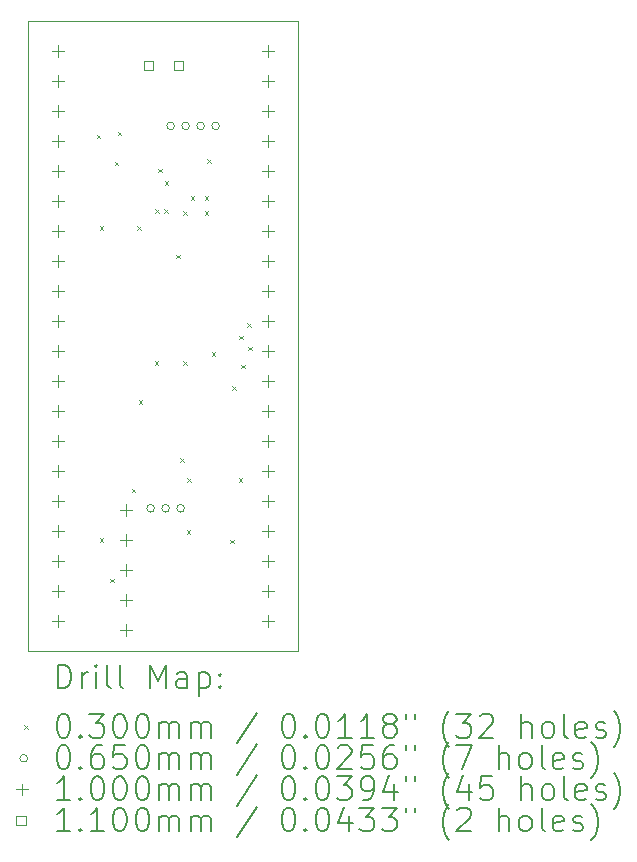
<source format=gbr>
%FSLAX45Y45*%
G04 Gerber Fmt 4.5, Leading zero omitted, Abs format (unit mm)*
G04 Created by KiCad (PCBNEW (6.0.0)) date 2023-01-28 16:32:57*
%MOMM*%
%LPD*%
G01*
G04 APERTURE LIST*
%TA.AperFunction,Profile*%
%ADD10C,0.100000*%
%TD*%
%ADD11C,0.200000*%
%ADD12C,0.030000*%
%ADD13C,0.065000*%
%ADD14C,0.100000*%
%ADD15C,0.110000*%
G04 APERTURE END LIST*
D10*
X2540Y5334000D02*
X2288540Y5334000D01*
X2288540Y5334000D02*
X2288540Y0D01*
X2288540Y0D02*
X2540Y0D01*
X2540Y0D02*
X2540Y5334000D01*
D11*
D12*
X584440Y4371100D02*
X614440Y4341100D01*
X614440Y4371100D02*
X584440Y4341100D01*
X609840Y3596400D02*
X639840Y3566400D01*
X639840Y3596400D02*
X609840Y3566400D01*
X609840Y954800D02*
X639840Y924800D01*
X639840Y954800D02*
X609840Y924800D01*
X698740Y611900D02*
X728740Y581900D01*
X728740Y611900D02*
X698740Y581900D01*
X736840Y4142500D02*
X766840Y4112500D01*
X766840Y4142500D02*
X736840Y4112500D01*
X762240Y4396500D02*
X792240Y4366500D01*
X792240Y4396500D02*
X762240Y4366500D01*
X879080Y1371360D02*
X909080Y1341360D01*
X909080Y1371360D02*
X879080Y1341360D01*
X927340Y3596400D02*
X957340Y3566400D01*
X957340Y3596400D02*
X927340Y3566400D01*
X940040Y2123200D02*
X970040Y2093200D01*
X970040Y2123200D02*
X940040Y2093200D01*
X1075789Y2454090D02*
X1105789Y2424090D01*
X1105789Y2454090D02*
X1075789Y2424090D01*
X1077200Y3738640D02*
X1107200Y3708640D01*
X1107200Y3738640D02*
X1077200Y3708640D01*
X1102600Y4084080D02*
X1132600Y4054080D01*
X1132600Y4084080D02*
X1102600Y4054080D01*
X1155940Y3738640D02*
X1185940Y3708640D01*
X1185940Y3738640D02*
X1155940Y3708640D01*
X1158480Y3977400D02*
X1188480Y3947400D01*
X1188480Y3977400D02*
X1158480Y3947400D01*
X1257540Y3355100D02*
X1287540Y3325100D01*
X1287540Y3355100D02*
X1257540Y3325100D01*
X1290560Y1632980D02*
X1320560Y1602980D01*
X1320560Y1632980D02*
X1290560Y1602980D01*
X1314042Y2453399D02*
X1344042Y2423399D01*
X1344042Y2453399D02*
X1314042Y2423399D01*
X1315960Y3723400D02*
X1345960Y3693400D01*
X1345960Y3723400D02*
X1315960Y3693400D01*
X1346440Y1020840D02*
X1376440Y990840D01*
X1376440Y1020840D02*
X1346440Y990840D01*
X1348980Y1460260D02*
X1378980Y1430260D01*
X1378980Y1460260D02*
X1348980Y1430260D01*
X1379460Y3850400D02*
X1409460Y3820400D01*
X1409460Y3850400D02*
X1379460Y3820400D01*
X1498840Y3850400D02*
X1528840Y3820400D01*
X1528840Y3850400D02*
X1498840Y3820400D01*
X1498840Y3723400D02*
X1528840Y3693400D01*
X1528840Y3723400D02*
X1498840Y3693400D01*
X1516620Y4162820D02*
X1546620Y4132820D01*
X1546620Y4162820D02*
X1516620Y4132820D01*
X1557961Y2528908D02*
X1587961Y2498908D01*
X1587961Y2528908D02*
X1557961Y2498908D01*
X1714740Y939560D02*
X1744740Y909560D01*
X1744740Y939560D02*
X1714740Y909560D01*
X1729980Y2242580D02*
X1759980Y2212580D01*
X1759980Y2242580D02*
X1729980Y2212580D01*
X1785860Y1460260D02*
X1815860Y1430260D01*
X1815860Y1460260D02*
X1785860Y1430260D01*
X1790940Y2669300D02*
X1820940Y2639300D01*
X1820940Y2669300D02*
X1790940Y2639300D01*
X1806180Y2422920D02*
X1836180Y2392920D01*
X1836180Y2422920D02*
X1806180Y2392920D01*
X1856980Y2775980D02*
X1886980Y2745980D01*
X1886980Y2775980D02*
X1856980Y2745980D01*
X1867140Y2575320D02*
X1897140Y2545320D01*
X1897140Y2575320D02*
X1867140Y2545320D01*
D13*
X1071540Y1206500D02*
G75*
G03*
X1071540Y1206500I-32500J0D01*
G01*
X1198540Y1206500D02*
G75*
G03*
X1198540Y1206500I-32500J0D01*
G01*
X1241540Y4445000D02*
G75*
G03*
X1241540Y4445000I-32500J0D01*
G01*
X1325540Y1206500D02*
G75*
G03*
X1325540Y1206500I-32500J0D01*
G01*
X1368540Y4445000D02*
G75*
G03*
X1368540Y4445000I-32500J0D01*
G01*
X1495540Y4445000D02*
G75*
G03*
X1495540Y4445000I-32500J0D01*
G01*
X1622540Y4445000D02*
G75*
G03*
X1622540Y4445000I-32500J0D01*
G01*
D14*
X256540Y5130000D02*
X256540Y5030000D01*
X206540Y5080000D02*
X306540Y5080000D01*
X256540Y4876000D02*
X256540Y4776000D01*
X206540Y4826000D02*
X306540Y4826000D01*
X256540Y4622000D02*
X256540Y4522000D01*
X206540Y4572000D02*
X306540Y4572000D01*
X256540Y4368000D02*
X256540Y4268000D01*
X206540Y4318000D02*
X306540Y4318000D01*
X256540Y4114000D02*
X256540Y4014000D01*
X206540Y4064000D02*
X306540Y4064000D01*
X256540Y3860000D02*
X256540Y3760000D01*
X206540Y3810000D02*
X306540Y3810000D01*
X256540Y3606000D02*
X256540Y3506000D01*
X206540Y3556000D02*
X306540Y3556000D01*
X256540Y3352000D02*
X256540Y3252000D01*
X206540Y3302000D02*
X306540Y3302000D01*
X256540Y3098000D02*
X256540Y2998000D01*
X206540Y3048000D02*
X306540Y3048000D01*
X256540Y2844000D02*
X256540Y2744000D01*
X206540Y2794000D02*
X306540Y2794000D01*
X256540Y2590000D02*
X256540Y2490000D01*
X206540Y2540000D02*
X306540Y2540000D01*
X256540Y2336000D02*
X256540Y2236000D01*
X206540Y2286000D02*
X306540Y2286000D01*
X256540Y2082000D02*
X256540Y1982000D01*
X206540Y2032000D02*
X306540Y2032000D01*
X256540Y1828000D02*
X256540Y1728000D01*
X206540Y1778000D02*
X306540Y1778000D01*
X256540Y1574000D02*
X256540Y1474000D01*
X206540Y1524000D02*
X306540Y1524000D01*
X256540Y1320000D02*
X256540Y1220000D01*
X206540Y1270000D02*
X306540Y1270000D01*
X256540Y1066000D02*
X256540Y966000D01*
X206540Y1016000D02*
X306540Y1016000D01*
X256540Y812000D02*
X256540Y712000D01*
X206540Y762000D02*
X306540Y762000D01*
X256540Y558000D02*
X256540Y458000D01*
X206540Y508000D02*
X306540Y508000D01*
X256540Y304000D02*
X256540Y204000D01*
X206540Y254000D02*
X306540Y254000D01*
X830580Y1241260D02*
X830580Y1141260D01*
X780580Y1191260D02*
X880580Y1191260D01*
X830580Y987260D02*
X830580Y887260D01*
X780580Y937260D02*
X880580Y937260D01*
X830580Y733260D02*
X830580Y633260D01*
X780580Y683260D02*
X880580Y683260D01*
X830580Y479260D02*
X830580Y379260D01*
X780580Y429260D02*
X880580Y429260D01*
X830580Y225260D02*
X830580Y125260D01*
X780580Y175260D02*
X880580Y175260D01*
X2034540Y5130000D02*
X2034540Y5030000D01*
X1984540Y5080000D02*
X2084540Y5080000D01*
X2034540Y4876000D02*
X2034540Y4776000D01*
X1984540Y4826000D02*
X2084540Y4826000D01*
X2034540Y4622000D02*
X2034540Y4522000D01*
X1984540Y4572000D02*
X2084540Y4572000D01*
X2034540Y4368000D02*
X2034540Y4268000D01*
X1984540Y4318000D02*
X2084540Y4318000D01*
X2034540Y4114000D02*
X2034540Y4014000D01*
X1984540Y4064000D02*
X2084540Y4064000D01*
X2034540Y3860000D02*
X2034540Y3760000D01*
X1984540Y3810000D02*
X2084540Y3810000D01*
X2034540Y3606000D02*
X2034540Y3506000D01*
X1984540Y3556000D02*
X2084540Y3556000D01*
X2034540Y3352000D02*
X2034540Y3252000D01*
X1984540Y3302000D02*
X2084540Y3302000D01*
X2034540Y3098000D02*
X2034540Y2998000D01*
X1984540Y3048000D02*
X2084540Y3048000D01*
X2034540Y2844000D02*
X2034540Y2744000D01*
X1984540Y2794000D02*
X2084540Y2794000D01*
X2034540Y2590000D02*
X2034540Y2490000D01*
X1984540Y2540000D02*
X2084540Y2540000D01*
X2034540Y2336000D02*
X2034540Y2236000D01*
X1984540Y2286000D02*
X2084540Y2286000D01*
X2034540Y2082000D02*
X2034540Y1982000D01*
X1984540Y2032000D02*
X2084540Y2032000D01*
X2034540Y1828000D02*
X2034540Y1728000D01*
X1984540Y1778000D02*
X2084540Y1778000D01*
X2034540Y1574000D02*
X2034540Y1474000D01*
X1984540Y1524000D02*
X2084540Y1524000D01*
X2034540Y1320000D02*
X2034540Y1220000D01*
X1984540Y1270000D02*
X2084540Y1270000D01*
X2034540Y1066000D02*
X2034540Y966000D01*
X1984540Y1016000D02*
X2084540Y1016000D01*
X2034540Y812000D02*
X2034540Y712000D01*
X1984540Y762000D02*
X2084540Y762000D01*
X2034540Y558000D02*
X2034540Y458000D01*
X1984540Y508000D02*
X2084540Y508000D01*
X2034540Y304000D02*
X2034540Y204000D01*
X1984540Y254000D02*
X2084540Y254000D01*
D15*
X1057431Y4914109D02*
X1057431Y4991891D01*
X979649Y4991891D01*
X979649Y4914109D01*
X1057431Y4914109D01*
X1311431Y4914109D02*
X1311431Y4991891D01*
X1233649Y4991891D01*
X1233649Y4914109D01*
X1311431Y4914109D01*
D11*
X255159Y-315476D02*
X255159Y-115476D01*
X302778Y-115476D01*
X331350Y-125000D01*
X350397Y-144048D01*
X359921Y-163095D01*
X369445Y-201190D01*
X369445Y-229762D01*
X359921Y-267857D01*
X350397Y-286905D01*
X331350Y-305952D01*
X302778Y-315476D01*
X255159Y-315476D01*
X455159Y-315476D02*
X455159Y-182143D01*
X455159Y-220238D02*
X464683Y-201190D01*
X474207Y-191667D01*
X493254Y-182143D01*
X512302Y-182143D01*
X578969Y-315476D02*
X578969Y-182143D01*
X578969Y-115476D02*
X569445Y-125000D01*
X578969Y-134524D01*
X588492Y-125000D01*
X578969Y-115476D01*
X578969Y-134524D01*
X702778Y-315476D02*
X683730Y-305952D01*
X674207Y-286905D01*
X674207Y-115476D01*
X807540Y-315476D02*
X788492Y-305952D01*
X778968Y-286905D01*
X778968Y-115476D01*
X1036111Y-315476D02*
X1036111Y-115476D01*
X1102778Y-258333D01*
X1169445Y-115476D01*
X1169445Y-315476D01*
X1350397Y-315476D02*
X1350397Y-210714D01*
X1340873Y-191667D01*
X1321826Y-182143D01*
X1283730Y-182143D01*
X1264683Y-191667D01*
X1350397Y-305952D02*
X1331350Y-315476D01*
X1283730Y-315476D01*
X1264683Y-305952D01*
X1255159Y-286905D01*
X1255159Y-267857D01*
X1264683Y-248809D01*
X1283730Y-239286D01*
X1331350Y-239286D01*
X1350397Y-229762D01*
X1445635Y-182143D02*
X1445635Y-382143D01*
X1445635Y-191667D02*
X1464683Y-182143D01*
X1502778Y-182143D01*
X1521826Y-191667D01*
X1531349Y-201190D01*
X1540873Y-220238D01*
X1540873Y-277381D01*
X1531349Y-296429D01*
X1521826Y-305952D01*
X1502778Y-315476D01*
X1464683Y-315476D01*
X1445635Y-305952D01*
X1626588Y-296429D02*
X1636111Y-305952D01*
X1626588Y-315476D01*
X1617064Y-305952D01*
X1626588Y-296429D01*
X1626588Y-315476D01*
X1626588Y-191667D02*
X1636111Y-201190D01*
X1626588Y-210714D01*
X1617064Y-201190D01*
X1626588Y-191667D01*
X1626588Y-210714D01*
D12*
X-32460Y-630000D02*
X-2460Y-660000D01*
X-2460Y-630000D02*
X-32460Y-660000D01*
D11*
X293254Y-535476D02*
X312302Y-535476D01*
X331350Y-545000D01*
X340873Y-554524D01*
X350397Y-573571D01*
X359921Y-611667D01*
X359921Y-659286D01*
X350397Y-697381D01*
X340873Y-716428D01*
X331350Y-725952D01*
X312302Y-735476D01*
X293254Y-735476D01*
X274207Y-725952D01*
X264683Y-716428D01*
X255159Y-697381D01*
X245635Y-659286D01*
X245635Y-611667D01*
X255159Y-573571D01*
X264683Y-554524D01*
X274207Y-545000D01*
X293254Y-535476D01*
X445635Y-716428D02*
X455159Y-725952D01*
X445635Y-735476D01*
X436111Y-725952D01*
X445635Y-716428D01*
X445635Y-735476D01*
X521826Y-535476D02*
X645635Y-535476D01*
X578969Y-611667D01*
X607540Y-611667D01*
X626588Y-621190D01*
X636111Y-630714D01*
X645635Y-649762D01*
X645635Y-697381D01*
X636111Y-716428D01*
X626588Y-725952D01*
X607540Y-735476D01*
X550397Y-735476D01*
X531350Y-725952D01*
X521826Y-716428D01*
X769445Y-535476D02*
X788492Y-535476D01*
X807540Y-545000D01*
X817064Y-554524D01*
X826588Y-573571D01*
X836111Y-611667D01*
X836111Y-659286D01*
X826588Y-697381D01*
X817064Y-716428D01*
X807540Y-725952D01*
X788492Y-735476D01*
X769445Y-735476D01*
X750397Y-725952D01*
X740873Y-716428D01*
X731349Y-697381D01*
X721826Y-659286D01*
X721826Y-611667D01*
X731349Y-573571D01*
X740873Y-554524D01*
X750397Y-545000D01*
X769445Y-535476D01*
X959921Y-535476D02*
X978968Y-535476D01*
X998016Y-545000D01*
X1007540Y-554524D01*
X1017064Y-573571D01*
X1026588Y-611667D01*
X1026588Y-659286D01*
X1017064Y-697381D01*
X1007540Y-716428D01*
X998016Y-725952D01*
X978968Y-735476D01*
X959921Y-735476D01*
X940873Y-725952D01*
X931349Y-716428D01*
X921826Y-697381D01*
X912302Y-659286D01*
X912302Y-611667D01*
X921826Y-573571D01*
X931349Y-554524D01*
X940873Y-545000D01*
X959921Y-535476D01*
X1112302Y-735476D02*
X1112302Y-602143D01*
X1112302Y-621190D02*
X1121826Y-611667D01*
X1140873Y-602143D01*
X1169445Y-602143D01*
X1188492Y-611667D01*
X1198016Y-630714D01*
X1198016Y-735476D01*
X1198016Y-630714D02*
X1207540Y-611667D01*
X1226588Y-602143D01*
X1255159Y-602143D01*
X1274207Y-611667D01*
X1283730Y-630714D01*
X1283730Y-735476D01*
X1378969Y-735476D02*
X1378969Y-602143D01*
X1378969Y-621190D02*
X1388492Y-611667D01*
X1407540Y-602143D01*
X1436111Y-602143D01*
X1455159Y-611667D01*
X1464683Y-630714D01*
X1464683Y-735476D01*
X1464683Y-630714D02*
X1474207Y-611667D01*
X1493254Y-602143D01*
X1521826Y-602143D01*
X1540873Y-611667D01*
X1550397Y-630714D01*
X1550397Y-735476D01*
X1940873Y-525952D02*
X1769445Y-783095D01*
X2198016Y-535476D02*
X2217064Y-535476D01*
X2236111Y-545000D01*
X2245635Y-554524D01*
X2255159Y-573571D01*
X2264683Y-611667D01*
X2264683Y-659286D01*
X2255159Y-697381D01*
X2245635Y-716428D01*
X2236111Y-725952D01*
X2217064Y-735476D01*
X2198016Y-735476D01*
X2178969Y-725952D01*
X2169445Y-716428D01*
X2159921Y-697381D01*
X2150397Y-659286D01*
X2150397Y-611667D01*
X2159921Y-573571D01*
X2169445Y-554524D01*
X2178969Y-545000D01*
X2198016Y-535476D01*
X2350397Y-716428D02*
X2359921Y-725952D01*
X2350397Y-735476D01*
X2340873Y-725952D01*
X2350397Y-716428D01*
X2350397Y-735476D01*
X2483730Y-535476D02*
X2502778Y-535476D01*
X2521826Y-545000D01*
X2531350Y-554524D01*
X2540873Y-573571D01*
X2550397Y-611667D01*
X2550397Y-659286D01*
X2540873Y-697381D01*
X2531350Y-716428D01*
X2521826Y-725952D01*
X2502778Y-735476D01*
X2483730Y-735476D01*
X2464683Y-725952D01*
X2455159Y-716428D01*
X2445635Y-697381D01*
X2436111Y-659286D01*
X2436111Y-611667D01*
X2445635Y-573571D01*
X2455159Y-554524D01*
X2464683Y-545000D01*
X2483730Y-535476D01*
X2740873Y-735476D02*
X2626588Y-735476D01*
X2683730Y-735476D02*
X2683730Y-535476D01*
X2664683Y-564048D01*
X2645635Y-583095D01*
X2626588Y-592619D01*
X2931349Y-735476D02*
X2817064Y-735476D01*
X2874207Y-735476D02*
X2874207Y-535476D01*
X2855159Y-564048D01*
X2836111Y-583095D01*
X2817064Y-592619D01*
X3045635Y-621190D02*
X3026588Y-611667D01*
X3017064Y-602143D01*
X3007540Y-583095D01*
X3007540Y-573571D01*
X3017064Y-554524D01*
X3026588Y-545000D01*
X3045635Y-535476D01*
X3083730Y-535476D01*
X3102778Y-545000D01*
X3112302Y-554524D01*
X3121826Y-573571D01*
X3121826Y-583095D01*
X3112302Y-602143D01*
X3102778Y-611667D01*
X3083730Y-621190D01*
X3045635Y-621190D01*
X3026588Y-630714D01*
X3017064Y-640238D01*
X3007540Y-659286D01*
X3007540Y-697381D01*
X3017064Y-716428D01*
X3026588Y-725952D01*
X3045635Y-735476D01*
X3083730Y-735476D01*
X3102778Y-725952D01*
X3112302Y-716428D01*
X3121826Y-697381D01*
X3121826Y-659286D01*
X3112302Y-640238D01*
X3102778Y-630714D01*
X3083730Y-621190D01*
X3198016Y-535476D02*
X3198016Y-573571D01*
X3274207Y-535476D02*
X3274207Y-573571D01*
X3569445Y-811667D02*
X3559921Y-802143D01*
X3540873Y-773571D01*
X3531349Y-754524D01*
X3521826Y-725952D01*
X3512302Y-678333D01*
X3512302Y-640238D01*
X3521826Y-592619D01*
X3531349Y-564048D01*
X3540873Y-545000D01*
X3559921Y-516428D01*
X3569445Y-506905D01*
X3626588Y-535476D02*
X3750397Y-535476D01*
X3683730Y-611667D01*
X3712302Y-611667D01*
X3731349Y-621190D01*
X3740873Y-630714D01*
X3750397Y-649762D01*
X3750397Y-697381D01*
X3740873Y-716428D01*
X3731349Y-725952D01*
X3712302Y-735476D01*
X3655159Y-735476D01*
X3636111Y-725952D01*
X3626588Y-716428D01*
X3826588Y-554524D02*
X3836111Y-545000D01*
X3855159Y-535476D01*
X3902778Y-535476D01*
X3921826Y-545000D01*
X3931349Y-554524D01*
X3940873Y-573571D01*
X3940873Y-592619D01*
X3931349Y-621190D01*
X3817064Y-735476D01*
X3940873Y-735476D01*
X4178968Y-735476D02*
X4178968Y-535476D01*
X4264683Y-735476D02*
X4264683Y-630714D01*
X4255159Y-611667D01*
X4236111Y-602143D01*
X4207540Y-602143D01*
X4188492Y-611667D01*
X4178968Y-621190D01*
X4388492Y-735476D02*
X4369445Y-725952D01*
X4359921Y-716428D01*
X4350397Y-697381D01*
X4350397Y-640238D01*
X4359921Y-621190D01*
X4369445Y-611667D01*
X4388492Y-602143D01*
X4417064Y-602143D01*
X4436111Y-611667D01*
X4445635Y-621190D01*
X4455159Y-640238D01*
X4455159Y-697381D01*
X4445635Y-716428D01*
X4436111Y-725952D01*
X4417064Y-735476D01*
X4388492Y-735476D01*
X4569445Y-735476D02*
X4550397Y-725952D01*
X4540873Y-706905D01*
X4540873Y-535476D01*
X4721826Y-725952D02*
X4702778Y-735476D01*
X4664683Y-735476D01*
X4645635Y-725952D01*
X4636111Y-706905D01*
X4636111Y-630714D01*
X4645635Y-611667D01*
X4664683Y-602143D01*
X4702778Y-602143D01*
X4721826Y-611667D01*
X4731350Y-630714D01*
X4731350Y-649762D01*
X4636111Y-668810D01*
X4807540Y-725952D02*
X4826588Y-735476D01*
X4864683Y-735476D01*
X4883730Y-725952D01*
X4893254Y-706905D01*
X4893254Y-697381D01*
X4883730Y-678333D01*
X4864683Y-668810D01*
X4836111Y-668810D01*
X4817064Y-659286D01*
X4807540Y-640238D01*
X4807540Y-630714D01*
X4817064Y-611667D01*
X4836111Y-602143D01*
X4864683Y-602143D01*
X4883730Y-611667D01*
X4959921Y-811667D02*
X4969445Y-802143D01*
X4988492Y-773571D01*
X4998016Y-754524D01*
X5007540Y-725952D01*
X5017064Y-678333D01*
X5017064Y-640238D01*
X5007540Y-592619D01*
X4998016Y-564048D01*
X4988492Y-545000D01*
X4969445Y-516428D01*
X4959921Y-506905D01*
D13*
X-2460Y-909000D02*
G75*
G03*
X-2460Y-909000I-32500J0D01*
G01*
D11*
X293254Y-799476D02*
X312302Y-799476D01*
X331350Y-809000D01*
X340873Y-818524D01*
X350397Y-837571D01*
X359921Y-875667D01*
X359921Y-923286D01*
X350397Y-961381D01*
X340873Y-980428D01*
X331350Y-989952D01*
X312302Y-999476D01*
X293254Y-999476D01*
X274207Y-989952D01*
X264683Y-980428D01*
X255159Y-961381D01*
X245635Y-923286D01*
X245635Y-875667D01*
X255159Y-837571D01*
X264683Y-818524D01*
X274207Y-809000D01*
X293254Y-799476D01*
X445635Y-980428D02*
X455159Y-989952D01*
X445635Y-999476D01*
X436111Y-989952D01*
X445635Y-980428D01*
X445635Y-999476D01*
X626588Y-799476D02*
X588492Y-799476D01*
X569445Y-809000D01*
X559921Y-818524D01*
X540873Y-847095D01*
X531350Y-885190D01*
X531350Y-961381D01*
X540873Y-980428D01*
X550397Y-989952D01*
X569445Y-999476D01*
X607540Y-999476D01*
X626588Y-989952D01*
X636111Y-980428D01*
X645635Y-961381D01*
X645635Y-913762D01*
X636111Y-894714D01*
X626588Y-885190D01*
X607540Y-875667D01*
X569445Y-875667D01*
X550397Y-885190D01*
X540873Y-894714D01*
X531350Y-913762D01*
X826588Y-799476D02*
X731349Y-799476D01*
X721826Y-894714D01*
X731349Y-885190D01*
X750397Y-875667D01*
X798016Y-875667D01*
X817064Y-885190D01*
X826588Y-894714D01*
X836111Y-913762D01*
X836111Y-961381D01*
X826588Y-980428D01*
X817064Y-989952D01*
X798016Y-999476D01*
X750397Y-999476D01*
X731349Y-989952D01*
X721826Y-980428D01*
X959921Y-799476D02*
X978968Y-799476D01*
X998016Y-809000D01*
X1007540Y-818524D01*
X1017064Y-837571D01*
X1026588Y-875667D01*
X1026588Y-923286D01*
X1017064Y-961381D01*
X1007540Y-980428D01*
X998016Y-989952D01*
X978968Y-999476D01*
X959921Y-999476D01*
X940873Y-989952D01*
X931349Y-980428D01*
X921826Y-961381D01*
X912302Y-923286D01*
X912302Y-875667D01*
X921826Y-837571D01*
X931349Y-818524D01*
X940873Y-809000D01*
X959921Y-799476D01*
X1112302Y-999476D02*
X1112302Y-866143D01*
X1112302Y-885190D02*
X1121826Y-875667D01*
X1140873Y-866143D01*
X1169445Y-866143D01*
X1188492Y-875667D01*
X1198016Y-894714D01*
X1198016Y-999476D01*
X1198016Y-894714D02*
X1207540Y-875667D01*
X1226588Y-866143D01*
X1255159Y-866143D01*
X1274207Y-875667D01*
X1283730Y-894714D01*
X1283730Y-999476D01*
X1378969Y-999476D02*
X1378969Y-866143D01*
X1378969Y-885190D02*
X1388492Y-875667D01*
X1407540Y-866143D01*
X1436111Y-866143D01*
X1455159Y-875667D01*
X1464683Y-894714D01*
X1464683Y-999476D01*
X1464683Y-894714D02*
X1474207Y-875667D01*
X1493254Y-866143D01*
X1521826Y-866143D01*
X1540873Y-875667D01*
X1550397Y-894714D01*
X1550397Y-999476D01*
X1940873Y-789952D02*
X1769445Y-1047095D01*
X2198016Y-799476D02*
X2217064Y-799476D01*
X2236111Y-809000D01*
X2245635Y-818524D01*
X2255159Y-837571D01*
X2264683Y-875667D01*
X2264683Y-923286D01*
X2255159Y-961381D01*
X2245635Y-980428D01*
X2236111Y-989952D01*
X2217064Y-999476D01*
X2198016Y-999476D01*
X2178969Y-989952D01*
X2169445Y-980428D01*
X2159921Y-961381D01*
X2150397Y-923286D01*
X2150397Y-875667D01*
X2159921Y-837571D01*
X2169445Y-818524D01*
X2178969Y-809000D01*
X2198016Y-799476D01*
X2350397Y-980428D02*
X2359921Y-989952D01*
X2350397Y-999476D01*
X2340873Y-989952D01*
X2350397Y-980428D01*
X2350397Y-999476D01*
X2483730Y-799476D02*
X2502778Y-799476D01*
X2521826Y-809000D01*
X2531350Y-818524D01*
X2540873Y-837571D01*
X2550397Y-875667D01*
X2550397Y-923286D01*
X2540873Y-961381D01*
X2531350Y-980428D01*
X2521826Y-989952D01*
X2502778Y-999476D01*
X2483730Y-999476D01*
X2464683Y-989952D01*
X2455159Y-980428D01*
X2445635Y-961381D01*
X2436111Y-923286D01*
X2436111Y-875667D01*
X2445635Y-837571D01*
X2455159Y-818524D01*
X2464683Y-809000D01*
X2483730Y-799476D01*
X2626588Y-818524D02*
X2636111Y-809000D01*
X2655159Y-799476D01*
X2702778Y-799476D01*
X2721826Y-809000D01*
X2731350Y-818524D01*
X2740873Y-837571D01*
X2740873Y-856619D01*
X2731350Y-885190D01*
X2617064Y-999476D01*
X2740873Y-999476D01*
X2921826Y-799476D02*
X2826588Y-799476D01*
X2817064Y-894714D01*
X2826588Y-885190D01*
X2845635Y-875667D01*
X2893254Y-875667D01*
X2912302Y-885190D01*
X2921826Y-894714D01*
X2931349Y-913762D01*
X2931349Y-961381D01*
X2921826Y-980428D01*
X2912302Y-989952D01*
X2893254Y-999476D01*
X2845635Y-999476D01*
X2826588Y-989952D01*
X2817064Y-980428D01*
X3102778Y-799476D02*
X3064683Y-799476D01*
X3045635Y-809000D01*
X3036111Y-818524D01*
X3017064Y-847095D01*
X3007540Y-885190D01*
X3007540Y-961381D01*
X3017064Y-980428D01*
X3026588Y-989952D01*
X3045635Y-999476D01*
X3083730Y-999476D01*
X3102778Y-989952D01*
X3112302Y-980428D01*
X3121826Y-961381D01*
X3121826Y-913762D01*
X3112302Y-894714D01*
X3102778Y-885190D01*
X3083730Y-875667D01*
X3045635Y-875667D01*
X3026588Y-885190D01*
X3017064Y-894714D01*
X3007540Y-913762D01*
X3198016Y-799476D02*
X3198016Y-837571D01*
X3274207Y-799476D02*
X3274207Y-837571D01*
X3569445Y-1075667D02*
X3559921Y-1066143D01*
X3540873Y-1037571D01*
X3531349Y-1018524D01*
X3521826Y-989952D01*
X3512302Y-942333D01*
X3512302Y-904238D01*
X3521826Y-856619D01*
X3531349Y-828048D01*
X3540873Y-809000D01*
X3559921Y-780428D01*
X3569445Y-770905D01*
X3626588Y-799476D02*
X3759921Y-799476D01*
X3674207Y-999476D01*
X3988492Y-999476D02*
X3988492Y-799476D01*
X4074207Y-999476D02*
X4074207Y-894714D01*
X4064683Y-875667D01*
X4045635Y-866143D01*
X4017064Y-866143D01*
X3998016Y-875667D01*
X3988492Y-885190D01*
X4198016Y-999476D02*
X4178968Y-989952D01*
X4169445Y-980428D01*
X4159921Y-961381D01*
X4159921Y-904238D01*
X4169445Y-885190D01*
X4178968Y-875667D01*
X4198016Y-866143D01*
X4226588Y-866143D01*
X4245635Y-875667D01*
X4255159Y-885190D01*
X4264683Y-904238D01*
X4264683Y-961381D01*
X4255159Y-980428D01*
X4245635Y-989952D01*
X4226588Y-999476D01*
X4198016Y-999476D01*
X4378969Y-999476D02*
X4359921Y-989952D01*
X4350397Y-970905D01*
X4350397Y-799476D01*
X4531350Y-989952D02*
X4512302Y-999476D01*
X4474207Y-999476D01*
X4455159Y-989952D01*
X4445635Y-970905D01*
X4445635Y-894714D01*
X4455159Y-875667D01*
X4474207Y-866143D01*
X4512302Y-866143D01*
X4531350Y-875667D01*
X4540873Y-894714D01*
X4540873Y-913762D01*
X4445635Y-932809D01*
X4617064Y-989952D02*
X4636111Y-999476D01*
X4674207Y-999476D01*
X4693254Y-989952D01*
X4702778Y-970905D01*
X4702778Y-961381D01*
X4693254Y-942333D01*
X4674207Y-932809D01*
X4645635Y-932809D01*
X4626588Y-923286D01*
X4617064Y-904238D01*
X4617064Y-894714D01*
X4626588Y-875667D01*
X4645635Y-866143D01*
X4674207Y-866143D01*
X4693254Y-875667D01*
X4769445Y-1075667D02*
X4778969Y-1066143D01*
X4798016Y-1037571D01*
X4807540Y-1018524D01*
X4817064Y-989952D01*
X4826588Y-942333D01*
X4826588Y-904238D01*
X4817064Y-856619D01*
X4807540Y-828048D01*
X4798016Y-809000D01*
X4778969Y-780428D01*
X4769445Y-770905D01*
D14*
X-52460Y-1123000D02*
X-52460Y-1223000D01*
X-102460Y-1173000D02*
X-2460Y-1173000D01*
D11*
X359921Y-1263476D02*
X245635Y-1263476D01*
X302778Y-1263476D02*
X302778Y-1063476D01*
X283730Y-1092048D01*
X264683Y-1111095D01*
X245635Y-1120619D01*
X445635Y-1244429D02*
X455159Y-1253952D01*
X445635Y-1263476D01*
X436111Y-1253952D01*
X445635Y-1244429D01*
X445635Y-1263476D01*
X578969Y-1063476D02*
X598016Y-1063476D01*
X617064Y-1073000D01*
X626588Y-1082524D01*
X636111Y-1101571D01*
X645635Y-1139667D01*
X645635Y-1187286D01*
X636111Y-1225381D01*
X626588Y-1244429D01*
X617064Y-1253952D01*
X598016Y-1263476D01*
X578969Y-1263476D01*
X559921Y-1253952D01*
X550397Y-1244429D01*
X540873Y-1225381D01*
X531350Y-1187286D01*
X531350Y-1139667D01*
X540873Y-1101571D01*
X550397Y-1082524D01*
X559921Y-1073000D01*
X578969Y-1063476D01*
X769445Y-1063476D02*
X788492Y-1063476D01*
X807540Y-1073000D01*
X817064Y-1082524D01*
X826588Y-1101571D01*
X836111Y-1139667D01*
X836111Y-1187286D01*
X826588Y-1225381D01*
X817064Y-1244429D01*
X807540Y-1253952D01*
X788492Y-1263476D01*
X769445Y-1263476D01*
X750397Y-1253952D01*
X740873Y-1244429D01*
X731349Y-1225381D01*
X721826Y-1187286D01*
X721826Y-1139667D01*
X731349Y-1101571D01*
X740873Y-1082524D01*
X750397Y-1073000D01*
X769445Y-1063476D01*
X959921Y-1063476D02*
X978968Y-1063476D01*
X998016Y-1073000D01*
X1007540Y-1082524D01*
X1017064Y-1101571D01*
X1026588Y-1139667D01*
X1026588Y-1187286D01*
X1017064Y-1225381D01*
X1007540Y-1244429D01*
X998016Y-1253952D01*
X978968Y-1263476D01*
X959921Y-1263476D01*
X940873Y-1253952D01*
X931349Y-1244429D01*
X921826Y-1225381D01*
X912302Y-1187286D01*
X912302Y-1139667D01*
X921826Y-1101571D01*
X931349Y-1082524D01*
X940873Y-1073000D01*
X959921Y-1063476D01*
X1112302Y-1263476D02*
X1112302Y-1130143D01*
X1112302Y-1149190D02*
X1121826Y-1139667D01*
X1140873Y-1130143D01*
X1169445Y-1130143D01*
X1188492Y-1139667D01*
X1198016Y-1158714D01*
X1198016Y-1263476D01*
X1198016Y-1158714D02*
X1207540Y-1139667D01*
X1226588Y-1130143D01*
X1255159Y-1130143D01*
X1274207Y-1139667D01*
X1283730Y-1158714D01*
X1283730Y-1263476D01*
X1378969Y-1263476D02*
X1378969Y-1130143D01*
X1378969Y-1149190D02*
X1388492Y-1139667D01*
X1407540Y-1130143D01*
X1436111Y-1130143D01*
X1455159Y-1139667D01*
X1464683Y-1158714D01*
X1464683Y-1263476D01*
X1464683Y-1158714D02*
X1474207Y-1139667D01*
X1493254Y-1130143D01*
X1521826Y-1130143D01*
X1540873Y-1139667D01*
X1550397Y-1158714D01*
X1550397Y-1263476D01*
X1940873Y-1053952D02*
X1769445Y-1311095D01*
X2198016Y-1063476D02*
X2217064Y-1063476D01*
X2236111Y-1073000D01*
X2245635Y-1082524D01*
X2255159Y-1101571D01*
X2264683Y-1139667D01*
X2264683Y-1187286D01*
X2255159Y-1225381D01*
X2245635Y-1244429D01*
X2236111Y-1253952D01*
X2217064Y-1263476D01*
X2198016Y-1263476D01*
X2178969Y-1253952D01*
X2169445Y-1244429D01*
X2159921Y-1225381D01*
X2150397Y-1187286D01*
X2150397Y-1139667D01*
X2159921Y-1101571D01*
X2169445Y-1082524D01*
X2178969Y-1073000D01*
X2198016Y-1063476D01*
X2350397Y-1244429D02*
X2359921Y-1253952D01*
X2350397Y-1263476D01*
X2340873Y-1253952D01*
X2350397Y-1244429D01*
X2350397Y-1263476D01*
X2483730Y-1063476D02*
X2502778Y-1063476D01*
X2521826Y-1073000D01*
X2531350Y-1082524D01*
X2540873Y-1101571D01*
X2550397Y-1139667D01*
X2550397Y-1187286D01*
X2540873Y-1225381D01*
X2531350Y-1244429D01*
X2521826Y-1253952D01*
X2502778Y-1263476D01*
X2483730Y-1263476D01*
X2464683Y-1253952D01*
X2455159Y-1244429D01*
X2445635Y-1225381D01*
X2436111Y-1187286D01*
X2436111Y-1139667D01*
X2445635Y-1101571D01*
X2455159Y-1082524D01*
X2464683Y-1073000D01*
X2483730Y-1063476D01*
X2617064Y-1063476D02*
X2740873Y-1063476D01*
X2674207Y-1139667D01*
X2702778Y-1139667D01*
X2721826Y-1149190D01*
X2731350Y-1158714D01*
X2740873Y-1177762D01*
X2740873Y-1225381D01*
X2731350Y-1244429D01*
X2721826Y-1253952D01*
X2702778Y-1263476D01*
X2645635Y-1263476D01*
X2626588Y-1253952D01*
X2617064Y-1244429D01*
X2836111Y-1263476D02*
X2874207Y-1263476D01*
X2893254Y-1253952D01*
X2902778Y-1244429D01*
X2921826Y-1215857D01*
X2931349Y-1177762D01*
X2931349Y-1101571D01*
X2921826Y-1082524D01*
X2912302Y-1073000D01*
X2893254Y-1063476D01*
X2855159Y-1063476D01*
X2836111Y-1073000D01*
X2826588Y-1082524D01*
X2817064Y-1101571D01*
X2817064Y-1149190D01*
X2826588Y-1168238D01*
X2836111Y-1177762D01*
X2855159Y-1187286D01*
X2893254Y-1187286D01*
X2912302Y-1177762D01*
X2921826Y-1168238D01*
X2931349Y-1149190D01*
X3102778Y-1130143D02*
X3102778Y-1263476D01*
X3055159Y-1053952D02*
X3007540Y-1196810D01*
X3131349Y-1196810D01*
X3198016Y-1063476D02*
X3198016Y-1101571D01*
X3274207Y-1063476D02*
X3274207Y-1101571D01*
X3569445Y-1339667D02*
X3559921Y-1330143D01*
X3540873Y-1301571D01*
X3531349Y-1282524D01*
X3521826Y-1253952D01*
X3512302Y-1206333D01*
X3512302Y-1168238D01*
X3521826Y-1120619D01*
X3531349Y-1092048D01*
X3540873Y-1073000D01*
X3559921Y-1044428D01*
X3569445Y-1034905D01*
X3731349Y-1130143D02*
X3731349Y-1263476D01*
X3683730Y-1053952D02*
X3636111Y-1196810D01*
X3759921Y-1196810D01*
X3931349Y-1063476D02*
X3836111Y-1063476D01*
X3826588Y-1158714D01*
X3836111Y-1149190D01*
X3855159Y-1139667D01*
X3902778Y-1139667D01*
X3921826Y-1149190D01*
X3931349Y-1158714D01*
X3940873Y-1177762D01*
X3940873Y-1225381D01*
X3931349Y-1244429D01*
X3921826Y-1253952D01*
X3902778Y-1263476D01*
X3855159Y-1263476D01*
X3836111Y-1253952D01*
X3826588Y-1244429D01*
X4178968Y-1263476D02*
X4178968Y-1063476D01*
X4264683Y-1263476D02*
X4264683Y-1158714D01*
X4255159Y-1139667D01*
X4236111Y-1130143D01*
X4207540Y-1130143D01*
X4188492Y-1139667D01*
X4178968Y-1149190D01*
X4388492Y-1263476D02*
X4369445Y-1253952D01*
X4359921Y-1244429D01*
X4350397Y-1225381D01*
X4350397Y-1168238D01*
X4359921Y-1149190D01*
X4369445Y-1139667D01*
X4388492Y-1130143D01*
X4417064Y-1130143D01*
X4436111Y-1139667D01*
X4445635Y-1149190D01*
X4455159Y-1168238D01*
X4455159Y-1225381D01*
X4445635Y-1244429D01*
X4436111Y-1253952D01*
X4417064Y-1263476D01*
X4388492Y-1263476D01*
X4569445Y-1263476D02*
X4550397Y-1253952D01*
X4540873Y-1234905D01*
X4540873Y-1063476D01*
X4721826Y-1253952D02*
X4702778Y-1263476D01*
X4664683Y-1263476D01*
X4645635Y-1253952D01*
X4636111Y-1234905D01*
X4636111Y-1158714D01*
X4645635Y-1139667D01*
X4664683Y-1130143D01*
X4702778Y-1130143D01*
X4721826Y-1139667D01*
X4731350Y-1158714D01*
X4731350Y-1177762D01*
X4636111Y-1196810D01*
X4807540Y-1253952D02*
X4826588Y-1263476D01*
X4864683Y-1263476D01*
X4883730Y-1253952D01*
X4893254Y-1234905D01*
X4893254Y-1225381D01*
X4883730Y-1206333D01*
X4864683Y-1196810D01*
X4836111Y-1196810D01*
X4817064Y-1187286D01*
X4807540Y-1168238D01*
X4807540Y-1158714D01*
X4817064Y-1139667D01*
X4836111Y-1130143D01*
X4864683Y-1130143D01*
X4883730Y-1139667D01*
X4959921Y-1339667D02*
X4969445Y-1330143D01*
X4988492Y-1301571D01*
X4998016Y-1282524D01*
X5007540Y-1253952D01*
X5017064Y-1206333D01*
X5017064Y-1168238D01*
X5007540Y-1120619D01*
X4998016Y-1092048D01*
X4988492Y-1073000D01*
X4969445Y-1044428D01*
X4959921Y-1034905D01*
D15*
X-18569Y-1475891D02*
X-18569Y-1398109D01*
X-96351Y-1398109D01*
X-96351Y-1475891D01*
X-18569Y-1475891D01*
D11*
X359921Y-1527476D02*
X245635Y-1527476D01*
X302778Y-1527476D02*
X302778Y-1327476D01*
X283730Y-1356048D01*
X264683Y-1375095D01*
X245635Y-1384619D01*
X445635Y-1508428D02*
X455159Y-1517952D01*
X445635Y-1527476D01*
X436111Y-1517952D01*
X445635Y-1508428D01*
X445635Y-1527476D01*
X645635Y-1527476D02*
X531350Y-1527476D01*
X588492Y-1527476D02*
X588492Y-1327476D01*
X569445Y-1356048D01*
X550397Y-1375095D01*
X531350Y-1384619D01*
X769445Y-1327476D02*
X788492Y-1327476D01*
X807540Y-1337000D01*
X817064Y-1346524D01*
X826588Y-1365571D01*
X836111Y-1403667D01*
X836111Y-1451286D01*
X826588Y-1489381D01*
X817064Y-1508428D01*
X807540Y-1517952D01*
X788492Y-1527476D01*
X769445Y-1527476D01*
X750397Y-1517952D01*
X740873Y-1508428D01*
X731349Y-1489381D01*
X721826Y-1451286D01*
X721826Y-1403667D01*
X731349Y-1365571D01*
X740873Y-1346524D01*
X750397Y-1337000D01*
X769445Y-1327476D01*
X959921Y-1327476D02*
X978968Y-1327476D01*
X998016Y-1337000D01*
X1007540Y-1346524D01*
X1017064Y-1365571D01*
X1026588Y-1403667D01*
X1026588Y-1451286D01*
X1017064Y-1489381D01*
X1007540Y-1508428D01*
X998016Y-1517952D01*
X978968Y-1527476D01*
X959921Y-1527476D01*
X940873Y-1517952D01*
X931349Y-1508428D01*
X921826Y-1489381D01*
X912302Y-1451286D01*
X912302Y-1403667D01*
X921826Y-1365571D01*
X931349Y-1346524D01*
X940873Y-1337000D01*
X959921Y-1327476D01*
X1112302Y-1527476D02*
X1112302Y-1394143D01*
X1112302Y-1413190D02*
X1121826Y-1403667D01*
X1140873Y-1394143D01*
X1169445Y-1394143D01*
X1188492Y-1403667D01*
X1198016Y-1422714D01*
X1198016Y-1527476D01*
X1198016Y-1422714D02*
X1207540Y-1403667D01*
X1226588Y-1394143D01*
X1255159Y-1394143D01*
X1274207Y-1403667D01*
X1283730Y-1422714D01*
X1283730Y-1527476D01*
X1378969Y-1527476D02*
X1378969Y-1394143D01*
X1378969Y-1413190D02*
X1388492Y-1403667D01*
X1407540Y-1394143D01*
X1436111Y-1394143D01*
X1455159Y-1403667D01*
X1464683Y-1422714D01*
X1464683Y-1527476D01*
X1464683Y-1422714D02*
X1474207Y-1403667D01*
X1493254Y-1394143D01*
X1521826Y-1394143D01*
X1540873Y-1403667D01*
X1550397Y-1422714D01*
X1550397Y-1527476D01*
X1940873Y-1317952D02*
X1769445Y-1575095D01*
X2198016Y-1327476D02*
X2217064Y-1327476D01*
X2236111Y-1337000D01*
X2245635Y-1346524D01*
X2255159Y-1365571D01*
X2264683Y-1403667D01*
X2264683Y-1451286D01*
X2255159Y-1489381D01*
X2245635Y-1508428D01*
X2236111Y-1517952D01*
X2217064Y-1527476D01*
X2198016Y-1527476D01*
X2178969Y-1517952D01*
X2169445Y-1508428D01*
X2159921Y-1489381D01*
X2150397Y-1451286D01*
X2150397Y-1403667D01*
X2159921Y-1365571D01*
X2169445Y-1346524D01*
X2178969Y-1337000D01*
X2198016Y-1327476D01*
X2350397Y-1508428D02*
X2359921Y-1517952D01*
X2350397Y-1527476D01*
X2340873Y-1517952D01*
X2350397Y-1508428D01*
X2350397Y-1527476D01*
X2483730Y-1327476D02*
X2502778Y-1327476D01*
X2521826Y-1337000D01*
X2531350Y-1346524D01*
X2540873Y-1365571D01*
X2550397Y-1403667D01*
X2550397Y-1451286D01*
X2540873Y-1489381D01*
X2531350Y-1508428D01*
X2521826Y-1517952D01*
X2502778Y-1527476D01*
X2483730Y-1527476D01*
X2464683Y-1517952D01*
X2455159Y-1508428D01*
X2445635Y-1489381D01*
X2436111Y-1451286D01*
X2436111Y-1403667D01*
X2445635Y-1365571D01*
X2455159Y-1346524D01*
X2464683Y-1337000D01*
X2483730Y-1327476D01*
X2721826Y-1394143D02*
X2721826Y-1527476D01*
X2674207Y-1317952D02*
X2626588Y-1460809D01*
X2750397Y-1460809D01*
X2807540Y-1327476D02*
X2931349Y-1327476D01*
X2864683Y-1403667D01*
X2893254Y-1403667D01*
X2912302Y-1413190D01*
X2921826Y-1422714D01*
X2931349Y-1441762D01*
X2931349Y-1489381D01*
X2921826Y-1508428D01*
X2912302Y-1517952D01*
X2893254Y-1527476D01*
X2836111Y-1527476D01*
X2817064Y-1517952D01*
X2807540Y-1508428D01*
X2998016Y-1327476D02*
X3121826Y-1327476D01*
X3055159Y-1403667D01*
X3083730Y-1403667D01*
X3102778Y-1413190D01*
X3112302Y-1422714D01*
X3121826Y-1441762D01*
X3121826Y-1489381D01*
X3112302Y-1508428D01*
X3102778Y-1517952D01*
X3083730Y-1527476D01*
X3026588Y-1527476D01*
X3007540Y-1517952D01*
X2998016Y-1508428D01*
X3198016Y-1327476D02*
X3198016Y-1365571D01*
X3274207Y-1327476D02*
X3274207Y-1365571D01*
X3569445Y-1603667D02*
X3559921Y-1594143D01*
X3540873Y-1565571D01*
X3531349Y-1546524D01*
X3521826Y-1517952D01*
X3512302Y-1470333D01*
X3512302Y-1432238D01*
X3521826Y-1384619D01*
X3531349Y-1356048D01*
X3540873Y-1337000D01*
X3559921Y-1308429D01*
X3569445Y-1298905D01*
X3636111Y-1346524D02*
X3645635Y-1337000D01*
X3664683Y-1327476D01*
X3712302Y-1327476D01*
X3731349Y-1337000D01*
X3740873Y-1346524D01*
X3750397Y-1365571D01*
X3750397Y-1384619D01*
X3740873Y-1413190D01*
X3626588Y-1527476D01*
X3750397Y-1527476D01*
X3988492Y-1527476D02*
X3988492Y-1327476D01*
X4074207Y-1527476D02*
X4074207Y-1422714D01*
X4064683Y-1403667D01*
X4045635Y-1394143D01*
X4017064Y-1394143D01*
X3998016Y-1403667D01*
X3988492Y-1413190D01*
X4198016Y-1527476D02*
X4178968Y-1517952D01*
X4169445Y-1508428D01*
X4159921Y-1489381D01*
X4159921Y-1432238D01*
X4169445Y-1413190D01*
X4178968Y-1403667D01*
X4198016Y-1394143D01*
X4226588Y-1394143D01*
X4245635Y-1403667D01*
X4255159Y-1413190D01*
X4264683Y-1432238D01*
X4264683Y-1489381D01*
X4255159Y-1508428D01*
X4245635Y-1517952D01*
X4226588Y-1527476D01*
X4198016Y-1527476D01*
X4378969Y-1527476D02*
X4359921Y-1517952D01*
X4350397Y-1498905D01*
X4350397Y-1327476D01*
X4531350Y-1517952D02*
X4512302Y-1527476D01*
X4474207Y-1527476D01*
X4455159Y-1517952D01*
X4445635Y-1498905D01*
X4445635Y-1422714D01*
X4455159Y-1403667D01*
X4474207Y-1394143D01*
X4512302Y-1394143D01*
X4531350Y-1403667D01*
X4540873Y-1422714D01*
X4540873Y-1441762D01*
X4445635Y-1460809D01*
X4617064Y-1517952D02*
X4636111Y-1527476D01*
X4674207Y-1527476D01*
X4693254Y-1517952D01*
X4702778Y-1498905D01*
X4702778Y-1489381D01*
X4693254Y-1470333D01*
X4674207Y-1460809D01*
X4645635Y-1460809D01*
X4626588Y-1451286D01*
X4617064Y-1432238D01*
X4617064Y-1422714D01*
X4626588Y-1403667D01*
X4645635Y-1394143D01*
X4674207Y-1394143D01*
X4693254Y-1403667D01*
X4769445Y-1603667D02*
X4778969Y-1594143D01*
X4798016Y-1565571D01*
X4807540Y-1546524D01*
X4817064Y-1517952D01*
X4826588Y-1470333D01*
X4826588Y-1432238D01*
X4817064Y-1384619D01*
X4807540Y-1356048D01*
X4798016Y-1337000D01*
X4778969Y-1308429D01*
X4769445Y-1298905D01*
M02*

</source>
